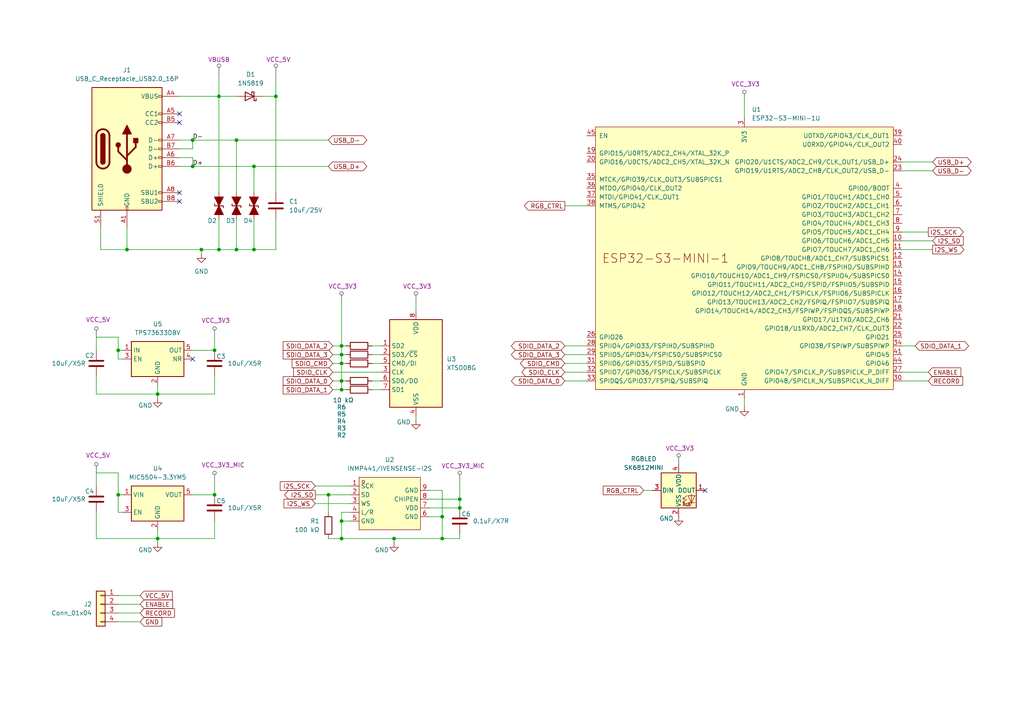
<source format=kicad_sch>
(kicad_sch (version 20250114) (generator "eeschema") (generator_version "9.0")
  (paper "A4")
  (title_block (date "2026-01-03") (rev "1.0"))
  (lib_symbols
    (symbol "Connector:USB_C_Receptacle_USB2.0_16P" (pin_names (offset 1.016))
      (property "Reference" "J" (at 0 22.225 0))
      (property "Value" "USB_C_Receptacle_USB2.0_16P" (at 0 19.685 0))
      (symbol "USB_C_Receptacle_USB2.0_16P_0_0"
        (rectangle (start -0.254 -17.78) (end 0.254 -16.764))
        (rectangle (start 10.16 15.494) (end 9.144 14.986))
        (rectangle (start 10.16 10.414) (end 9.144 9.906))
        (rectangle (start 10.16 7.874) (end 9.144 7.366))
        (rectangle (start 10.16 2.794) (end 9.144 2.286))
        (rectangle (start 10.16 0.254) (end 9.144 -0.254))
        (rectangle (start 10.16 -2.286) (end 9.144 -2.794))
        (rectangle (start 10.16 -4.826) (end 9.144 -5.334))
        (rectangle (start 10.16 -12.446) (end 9.144 -12.954))
        (rectangle (start 10.16 -14.986) (end 9.144 -15.494))
      )
      (symbol "USB_C_Receptacle_USB2.0_16P_0_1"
        (rectangle (start -10.16 17.78) (end 10.16 -17.78) (stroke (width 0.254)) (fill (type background)))
        (polyline (pts (xy -8.89 -3.81) (xy -8.89 3.81)) (stroke (width 0.508)))
        (rectangle (start -7.62 -3.81) (end -6.35 3.81) (stroke (width 0.254)) (fill (type outline)))
        (arc (start -7.62 3.81) (mid -6.985 4.4423) (end -6.35 3.81) (stroke (width 0.254)))
        (arc (start -7.62 3.81) (mid -6.985 4.4423) (end -6.35 3.81) (stroke (width 0.254)) (fill (type outline)))
        (arc (start -8.89 3.81) (mid -6.985 5.7067) (end -5.08 3.81) (stroke (width 0.508)))
        (arc (start -5.08 -3.81) (mid -6.985 -5.7067) (end -8.89 -3.81) (stroke (width 0.508)))
        (arc (start -6.35 -3.81) (mid -6.985 -4.4423) (end -7.62 -3.81) (stroke (width 0.254)))
        (arc (start -6.35 -3.81) (mid -6.985 -4.4423) (end -7.62 -3.81) (stroke (width 0.254)) (fill (type outline)))
        (polyline (pts (xy -5.08 3.81) (xy -5.08 -3.81)) (stroke (width 0.508)))
        (circle (center -2.54 1.143) (radius 0.635) (stroke (width 0.254)) (fill (type outline)))
        (polyline (pts (xy -1.27 4.318) (xy 0 6.858) (xy 1.27 4.318) (xy -1.27 4.318)) (stroke (width 0.254)) (fill (type outline)))
        (polyline (pts (xy 0 -2.032) (xy 2.54 0.508) (xy 2.54 1.778)) (stroke (width 0.508)))
        (polyline (pts (xy 0 -3.302) (xy -2.54 -0.762) (xy -2.54 0.508)) (stroke (width 0.508)))
        (polyline (pts (xy 0 -5.842) (xy 0 4.318)) (stroke (width 0.508)))
        (circle (center 0 -5.842) (radius 1.27) (fill (type outline)))
        (rectangle (start 1.905 1.778) (end 3.175 3.048) (stroke (width 0.254)) (fill (type outline)))
      )
      (symbol "USB_C_Receptacle_USB2.0_16P_1_1"
        (pin passive line (at -7.62 -22.86 90) (length 5.08) (name "SHIELD") (number "S1"))
        (pin passive line (at 0 -22.86 90) (length 5.08) (name "GND") (number "A1"))
        (pin passive line (at 0 -22.86 90) (length 5.08) (hide yes) (name "GND") (number "A12"))
        (pin passive line (at 0 -22.86 90) (length 5.08) (hide yes) (name "GND") (number "B1"))
        (pin passive line (at 0 -22.86 90) (length 5.08) (hide yes) (name "GND") (number "B12"))
        (pin passive line (at 15.24 15.24 180) (length 5.08) (name "VBUS") (number "A4"))
        (pin passive line (at 15.24 15.24 180) (length 5.08) (hide yes) (name "VBUS") (number "A9"))
        (pin passive line (at 15.24 15.24 180) (length 5.08) (hide yes) (name "VBUS") (number "B4"))
        (pin passive line (at 15.24 15.24 180) (length 5.08) (hide yes) (name "VBUS") (number "B9"))
        (pin bidirectional line (at 15.24 10.16 180) (length 5.08) (name "CC1") (number "A5"))
        (pin bidirectional line (at 15.24 7.62 180) (length 5.08) (name "CC2") (number "B5"))
        (pin bidirectional line (at 15.24 2.54 180) (length 5.08) (name "D-") (number "A7"))
        (pin bidirectional line (at 15.24 0 180) (length 5.08) (name "D-") (number "B7"))
        (pin bidirectional line (at 15.24 -2.54 180) (length 5.08) (name "D+") (number "A6"))
        (pin bidirectional line (at 15.24 -5.08 180) (length 5.08) (name "D+") (number "B6"))
        (pin bidirectional line (at 15.24 -12.7 180) (length 5.08) (name "SBU1") (number "A8"))
        (pin bidirectional line (at 15.24 -15.24 180) (length 5.08) (name "SBU2") (number "B8"))
      )
    )
    (symbol "Connector_Generic:Conn_01x04" (pin_names (offset 1.016) (hide yes))
      (property "Reference" "J" (at 0 5.08 0))
      (property "Value" "Conn_01x04" (at 0 -7.62 0))
      (symbol "Conn_01x04_1_1"
        (rectangle (start -1.27 3.81) (end 1.27 -6.35) (stroke (width 0.254)) (fill (type background)))
        (rectangle (start -1.27 2.667) (end 0 2.413) (stroke (width 0.1524)))
        (rectangle (start -1.27 0.127) (end 0 -0.127) (stroke (width 0.1524)))
        (rectangle (start -1.27 -2.413) (end 0 -2.667) (stroke (width 0.1524)))
        (rectangle (start -1.27 -4.953) (end 0 -5.207) (stroke (width 0.1524)))
        (pin passive line (at -5.08 2.54 0) (length 3.81) (name "Pin_1") (number "1"))
        (pin passive line (at -5.08 0 0) (length 3.81) (name "Pin_2") (number "2"))
        (pin passive line (at -5.08 -2.54 0) (length 3.81) (name "Pin_3") (number "3"))
        (pin passive line (at -5.08 -5.08 0) (length 3.81) (name "Pin_4") (number "4"))
      )
    )
    (symbol "Device:C" (pin_numbers (hide yes)) (pin_names (offset 0.254))
      (property "Reference" "C" (at 0.635 2.54 0))
      (property "Value" "C" (at 0.635 -2.54 0))
      (symbol "C_0_1"
        (polyline (pts (xy -2.032 0.762) (xy 2.032 0.762)) (stroke (width 0.508)))
        (polyline (pts (xy -2.032 -0.762) (xy 2.032 -0.762)) (stroke (width 0.508)))
      )
      (symbol "C_1_1"
        (pin passive line (at 0 3.81 270) (length 2.794) (name "~") (number "1"))
        (pin passive line (at 0 -3.81 90) (length 2.794) (name "~") (number "2"))
      )
    )
    (symbol "Device:D_TVS_Filled" (pin_numbers (hide yes)) (pin_names (offset 1.016) (hide yes))
      (property "Reference" "D" (at 0 2.54 0))
      (property "Value" "D_TVS_Filled" (at 0 -2.54 0))
      (symbol "D_TVS_Filled_0_1"
        (polyline (pts (xy -2.54 -1.27) (xy 0 0) (xy -2.54 1.27) (xy -2.54 -1.27)) (stroke (width 0.254)) (fill (type outline)))
        (polyline (pts (xy 0.508 1.27) (xy 0 1.27) (xy 0 -1.27) (xy -0.508 -1.27)) (stroke (width 0.254)))
        (polyline (pts (xy 1.27 0) (xy -1.27 0)))
        (polyline (pts (xy 2.54 1.27) (xy 2.54 -1.27) (xy 0 0) (xy 2.54 1.27)) (stroke (width 0.254)) (fill (type outline)))
      )
      (symbol "D_TVS_Filled_1_1"
        (pin passive line (at -3.81 0 0) (length 2.54) (name "A1") (number "1"))
        (pin passive line (at 3.81 0 180) (length 2.54) (name "A2") (number "2"))
      )
    )
    (symbol "Device:R" (pin_numbers (hide yes)) (pin_names (offset 0))
      (property "Reference" "R" (at 2.032 0 90))
      (property "Value" "R" (at 0 0 90))
      (symbol "R_0_1"
        (rectangle (start -1.016 -2.54) (end 1.016 2.54) (stroke (width 0.254)))
      )
      (symbol "R_1_1"
        (pin passive line (at 0 3.81 270) (length 1.27) (name "~") (number "1"))
        (pin passive line (at 0 -3.81 90) (length 1.27) (name "~") (number "2"))
      )
    )
    (symbol "Diode:1N5819" (pin_numbers (hide yes)) (pin_names (offset 1.016) (hide yes))
      (property "Reference" "D" (at 0 2.54 0))
      (property "Value" "1N5819" (at 0 -2.54 0))
      (symbol "1N5819_0_1"
        (polyline (pts (xy -1.905 0.635) (xy -1.905 1.27) (xy -1.27 1.27) (xy -1.27 -1.27) (xy -0.635 -1.27) (xy -0.635 -0.635)) (stroke (width 0.254)))
        (polyline (pts (xy 1.27 1.27) (xy 1.27 -1.27) (xy -1.27 0) (xy 1.27 1.27)) (stroke (width 0.254)))
        (polyline (pts (xy 1.27 0) (xy -1.27 0)))
      )
      (symbol "1N5819_1_1"
        (pin passive line (at -3.81 0 0) (length 2.54) (name "K") (number "1"))
        (pin passive line (at 3.81 0 180) (length 2.54) (name "A") (number "2"))
      )
    )
    (symbol "LED:SK6812MINI" (pin_names (offset 0.254))
      (property "Reference" "D" (at 5.08 5.715 0))
      (property "Value" "SK6812MINI" (at 1.27 -5.715 0))
      (symbol "SK6812MINI_0_0"
        (text "RGB" (at 2.286 -4.191 0) (effects (font (size 0.762 0.762))))
      )
      (symbol "SK6812MINI_0_1"
        (polyline (pts (xy 1.27 -2.54) (xy 1.778 -2.54)))
        (polyline (pts (xy 1.27 -3.556) (xy 1.778 -3.556)))
        (polyline (pts (xy 2.286 -1.524) (xy 1.27 -2.54) (xy 1.27 -2.032)))
        (polyline (pts (xy 2.286 -2.54) (xy 1.27 -3.556) (xy 1.27 -3.048)))
        (polyline (pts (xy 3.683 -1.016) (xy 3.683 -3.556) (xy 3.683 -4.064)))
        (polyline (pts (xy 4.699 -1.524) (xy 2.667 -1.524) (xy 3.683 -3.556) (xy 4.699 -1.524)))
        (polyline (pts (xy 4.699 -3.556) (xy 2.667 -3.556)))
        (rectangle (start 5.08 5.08) (end -5.08 -5.08) (stroke (width 0.254)) (fill (type background)))
      )
      (symbol "SK6812MINI_1_1"
        (pin input line (at -7.62 0 0) (length 2.54) (name "DIN") (number "3"))
        (pin power_in line (at 0 7.62 270) (length 2.54) (name "VDD") (number "4"))
        (pin power_in line (at 0 -7.62 90) (length 2.54) (name "VSS") (number "2"))
        (pin output line (at 7.62 0 180) (length 2.54) (name "DOUT") (number "1"))
      )
    )
    (symbol "Memory_Flash:XTSD08G"
      (property "Reference" "U" (at -7.62 15.24 0))
      (property "Value" "XTSD08G" (at 2.54 15.24 0))
      (symbol "XTSD08G_0_1"
        (rectangle (start -7.62 12.7) (end 7.62 -12.7) (stroke (width 0.254)) (fill (type background)))
      )
      (symbol "XTSD08G_1_1"
        (pin bidirectional line (at -10.16 5.08 0) (length 2.54) (name "SD2") (number "1"))
        (pin bidirectional line (at -10.16 2.54 0) (length 2.54) (name "SD3/~{CS}") (number "2"))
        (pin input line (at -10.16 0 0) (length 2.54) (name "CMD/DI") (number "5"))
        (pin input line (at -10.16 -2.54 0) (length 2.54) (name "CLK") (number "3"))
        (pin bidirectional line (at -10.16 -5.08 0) (length 2.54) (name "SD0/DO") (number "6"))
        (pin bidirectional line (at -10.16 -7.62 0) (length 2.54) (name "SD1") (number "7"))
        (pin power_in line (at 0 15.24 270) (length 2.54) (name "VDD") (number "8"))
        (pin power_in line (at 0 -15.24 90) (length 2.54) (name "VSS") (number "4"))
      )
    )
    (symbol "PCM_Espressif:ESP32-S3-MINI-1" (pin_names (offset 1.016))
      (property "Reference" "U" (at -42.926 39.624 0))
      (property "Value" "ESP32-S3-MINI-1" (at 42.926 39.624 0))
      (symbol "ESP32-S3-MINI-1_0_0"
        (text "ESP32-S3-MINI-1" (at -22.86 0 0) (effects (font (size 2.54 2.54))))
        (pin input line (at -45.72 35.56 0) (length 2.54) (name "EN") (number "45"))
        (pin bidirectional line (at -45.72 30.48 0) (length 2.54) (name "GPIO15/U0RTS/ADC2_CH4/XTAL_32K_P") (number "19"))
        (pin bidirectional line (at -45.72 27.94 0) (length 2.54) (name "GPIO16/U0CTS/ADC2_CH5/XTAL_32K_N") (number "20"))
        (pin bidirectional line (at -45.72 22.86 0) (length 2.54) (name "MTCK/GPIO39/CLK_OUT3/SUBSPICS1") (number "35"))
        (pin bidirectional line (at -45.72 20.32 0) (length 2.54) (name "MTDO/GPIO40/CLK_OUT2") (number "36"))
        (pin bidirectional line (at -45.72 17.78 0) (length 2.54) (name "MTDI/GPIO41/CLK_OUT1") (number "37"))
        (pin bidirectional line (at -45.72 15.24 0) (length 2.54) (name "MTMS/GPIO42") (number "38"))
        (pin bidirectional line (at -45.72 -22.86 0) (length 2.54) (name "GPIO26") (number "26"))
        (pin bidirectional line (at -45.72 -25.4 0) (length 2.54) (name "SPIIO4/GPIO33/FSPIHD/SUBSPIHD") (number "28"))
        (pin bidirectional line (at -45.72 -27.94 0) (length 2.54) (name "SPIIO5/GPIO34/FSPICS0/SUBSPICS0") (number "29"))
        (pin bidirectional line (at -45.72 -30.48 0) (length 2.54) (name "SPIIO6/GPIO35/FSPID/SUBSPID") (number "31"))
        (pin bidirectional line (at -45.72 -33.02 0) (length 2.54) (name "SPIIO7/GPIO36/FSPICLK/SUBSPICLK") (number "32"))
        (pin bidirectional line (at -45.72 -35.56 0) (length 2.54) (name "SPIDQS/GPIO37/FSPIQ/SUBSPIQ") (number "33"))
        (pin power_in line (at 0 40.64 270) (length 2.54) (name "3V3") (number "3"))
        (pin power_in line (at 0 -40.64 90) (length 2.54) (name "GND") (number "1"))
        (pin passive line (at 0 -40.64 90) (length 2.54) (hide yes) (name "GND") (number "2"))
        (pin passive line (at 0 -40.64 90) (length 2.54) (hide yes) (name "GND") (number "42"))
        (pin passive line (at 0 -40.64 90) (length 2.54) (hide yes) (name "GND") (number "43"))
        (pin passive line (at 0 -40.64 90) (length 2.54) (hide yes) (name "GND") (number "46"))
        (pin passive line (at 0 -40.64 90) (length 2.54) (hide yes) (name "GND") (number "47"))
        (pin passive line (at 0 -40.64 90) (length 2.54) (hide yes) (name "GND") (number "48"))
        (pin passive line (at 0 -40.64 90) (length 2.54) (hide yes) (name "GND") (number "49"))
        (pin passive line (at 0 -40.64 90) (length 2.54) (hide yes) (name "GND") (number "50"))
        (pin passive line (at 0 -40.64 90) (length 2.54) (hide yes) (name "GND") (number "51"))
        (pin passive line (at 0 -40.64 90) (length 2.54) (hide yes) (name "GND") (number "52"))
        (pin passive line (at 0 -40.64 90) (length 2.54) (hide yes) (name "GND") (number "53"))
        (pin passive line (at 0 -40.64 90) (length 2.54) (hide yes) (name "GND") (number "54"))
        (pin passive line (at 0 -40.64 90) (length 2.54) (hide yes) (name "GND") (number "55"))
        (pin passive line (at 0 -40.64 90) (length 2.54) (hide yes) (name "GND") (number "56"))
        (pin passive line (at 0 -40.64 90) (length 2.54) (hide yes) (name "GND") (number "57"))
        (pin passive line (at 0 -40.64 90) (length 2.54) (hide yes) (name "GND") (number "58"))
        (pin passive line (at 0 -40.64 90) (length 2.54) (hide yes) (name "GND") (number "59"))
        (pin passive line (at 0 -40.64 90) (length 2.54) (hide yes) (name "GND") (number "60"))
        (pin passive line (at 0 -40.64 90) (length 2.54) (hide yes) (name "GND") (number "61"))
        (pin passive line (at 0 -40.64 90) (length 2.54) (hide yes) (name "GND") (number "62"))
        (pin passive line (at 0 -40.64 90) (length 2.54) (hide yes) (name "GND") (number "63"))
        (pin passive line (at 0 -40.64 90) (length 2.54) (hide yes) (name "GND") (number "64"))
        (pin passive line (at 0 -40.64 90) (length 2.54) (hide yes) (name "GND") (number "65"))
        (pin bidirectional line (at 45.72 35.56 180) (length 2.54) (name "U0TXD/GPIO43/CLK_OUT1") (number "39"))
        (pin bidirectional line (at 45.72 33.02 180) (length 2.54) (name "U0RXD/GPIO44/CLK_OUT2") (number "40"))
        (pin bidirectional line (at 45.72 27.94 180) (length 2.54) (name "GPIO20/U1CTS/ADC2_CH9/CLK_OUT1/USB_D+") (number "24"))
        (pin bidirectional line (at 45.72 25.4 180) (length 2.54) (name "GPIO19/U1RTS/ADC2_CH8/CLK_OUT2/USB_D-") (number "23"))
        (pin bidirectional line (at 45.72 20.32 180) (length 2.54) (name "GPIO0/BOOT") (number "4"))
        (pin bidirectional line (at 45.72 17.78 180) (length 2.54) (name "GPIO1/TOUCH1/ADC1_CH0") (number "5"))
        (pin bidirectional line (at 45.72 15.24 180) (length 2.54) (name "GPIO2/TOUCH2/ADC1_CH1") (number "6"))
        (pin bidirectional line (at 45.72 12.7 180) (length 2.54) (name "GPIO3/TOUCH3/ADC1_CH2") (number "7"))
        (pin bidirectional line (at 45.72 10.16 180) (length 2.54) (name "GPIO4/TOUCH4/ADC1_CH3") (number "8"))
        (pin bidirectional line (at 45.72 7.62 180) (length 2.54) (name "GPIO5/TOUCH5/ADC1_CH4") (number "9"))
        (pin bidirectional line (at 45.72 5.08 180) (length 2.54) (name "GPIO6/TOUCH6/ADC1_CH5") (number "10"))
        (pin bidirectional line (at 45.72 2.54 180) (length 2.54) (name "GPIO7/TOUCH7/ADC1_CH6") (number "11"))
        (pin bidirectional line (at 45.72 0 180) (length 2.54) (name "GPIO8/TOUCH8/ADC1_CH7/SUBSPICS1") (number "12"))
        (pin bidirectional line (at 45.72 -2.54 180) (length 2.54) (name "GPIO9/TOUCH9/ADC1_CH8/FSPIHD/SUBSPIHD") (number "13"))
        (pin bidirectional line (at 45.72 -5.08 180) (length 2.54) (name "GPIO10/TOUCH10/ADC1_CH9/FSPICS0/FSPIIO4/SUBSPICS0") (number "14"))
        (pin bidirectional line (at 45.72 -7.62 180) (length 2.54) (name "GPIO11/TOUCH11/ADC2_CH0/FSPID/FSPIIO5/SUBSPID") (number "15"))
        (pin bidirectional line (at 45.72 -10.16 180) (length 2.54) (name "GPIO12/TOUCH12/ADC2_CH1/FSPICLK/FSPIIO6/SUBSPICLK") (number "16"))
        (pin bidirectional line (at 45.72 -12.7 180) (length 2.54) (name "GPIO13/TOUCH13/ADC2_CH2/FSPIQ/FSPIIO7/SUBSPIQ") (number "17"))
        (pin bidirectional line (at 45.72 -15.24 180) (length 2.54) (name "GPIO14/TOUCH14/ADC2_CH3/FSPIWP/FSPIDQS/SUBSPIWP") (number "18"))
        (pin bidirectional line (at 45.72 -17.78 180) (length 2.54) (name "GPIO17/U1TXD/ADC2_CH6") (number "21"))
        (pin bidirectional line (at 45.72 -20.32 180) (length 2.54) (name "GPIO18/U1RXD/ADC2_CH7/CLK_OUT3") (number "22"))
        (pin bidirectional line (at 45.72 -22.86 180) (length 2.54) (name "GPIO21") (number "25"))
        (pin bidirectional line (at 45.72 -25.4 180) (length 2.54) (name "GPIO38/FSPIWP/SUBSPIWP") (number "34"))
        (pin bidirectional line (at 45.72 -27.94 180) (length 2.54) (name "GPIO45") (number "41"))
        (pin bidirectional line (at 45.72 -30.48 180) (length 2.54) (name "GPIO46") (number "44"))
        (pin bidirectional line (at 45.72 -33.02 180) (length 2.54) (name "GPIO47/SPICLK_P/SUBSPICLK_P_DIFF") (number "27"))
        (pin bidirectional line (at 45.72 -35.56 180) (length 2.54) (name "GPIO48/SPICLK_N/SUBSPICLK_N_DIFF") (number "30"))
      )
      (symbol "ESP32-S3-MINI-1_0_1"
        (rectangle (start -43.18 38.1) (end 43.18 -38.1) (fill (type background)))
      )
    )
    (symbol "Regulator_Linear:MIC5504-3.3YM5"
      (property "Reference" "U" (at -7.62 8.89 0))
      (property "Value" "MIC5504-3.3YM5" (at -7.62 6.35 0))
      (symbol "MIC5504-3.3YM5_0_1"
        (rectangle (start -7.62 -5.08) (end 7.62 5.08) (stroke (width 0.254)) (fill (type background)))
      )
      (symbol "MIC5504-3.3YM5_1_1"
        (pin power_in line (at -10.16 2.54 0) (length 2.54) (name "VIN") (number "1"))
        (pin input line (at -10.16 -2.54 0) (length 2.54) (name "EN") (number "3"))
        (pin power_in line (at 0 -7.62 90) (length 2.54) (name "GND") (number "2"))
        (pin no_connect line (at 7.62 -2.54 180) (length 2.54) (hide yes) (name "NC") (number "4"))
        (pin power_out line (at 10.16 2.54 180) (length 2.54) (name "VOUT") (number "5"))
      )
    )
    (symbol "Regulator_Linear:TPS73633DBV"
      (property "Reference" "U" (at -6.35 6.35 0))
      (property "Value" "TPS73633DBV" (at 1.27 6.35 0))
      (symbol "TPS73633DBV_0_1"
        (rectangle (start -7.62 -5.08) (end 7.62 5.08) (stroke (width 0.254)) (fill (type background)))
      )
      (symbol "TPS73633DBV_1_1"
        (pin power_in line (at -10.16 2.54 0) (length 2.54) (name "IN") (number "1"))
        (pin input line (at -10.16 0 0) (length 2.54) (name "EN") (number "3"))
        (pin power_in line (at 0 -7.62 90) (length 2.54) (name "GND") (number "2"))
        (pin power_out line (at 10.16 2.54 180) (length 2.54) (name "OUT") (number "5"))
        (pin passive line (at 10.16 0 180) (length 2.54) (name "NR") (number "4"))
      )
    )
    (symbol "SoundLogger:INMP441ACEZ-R7"
      (property "Reference" "U" (at 0 0 0))
      (symbol "INMP441ACEZ-R7_1_0"
        (rectangle (start -10.16 8.89) (end 7.62 -6.35) (fill (type color) (color 255 255 194 1)))
        (circle (center -8.89 7.62) (radius 0.381))
        (pin bidirectional line (at -12.7 6.35 0) (length 2.54) (name "SCK") (number "1"))
        (pin bidirectional line (at -12.7 3.81 0) (length 2.54) (name "SD") (number "2"))
        (pin bidirectional line (at -12.7 1.27 0) (length 2.54) (name "WS") (number "3"))
        (pin passive line (at -12.7 -1.27 0) (length 2.54) (name "L/R") (number "4"))
        (pin passive line (at -12.7 -3.81 0) (length 2.54) (name "GND") (number "5"))
        (pin passive line (at 10.16 5.08 180) (length 2.54) (name "GND") (number "9"))
        (pin bidirectional line (at 10.16 2.54 180) (length 2.54) (name "CHIPEN") (number "8"))
        (pin bidirectional line (at 10.16 0 180) (length 2.54) (name "VDD") (number "7"))
        (pin passive line (at 10.16 -2.54 180) (length 2.54) (name "GND") (number "6"))
      )
    )
    (symbol "power:GND" (power) (pin_numbers (hide yes)) (pin_names (offset 0) (hide yes))
      (property "Value" "GND" (at 0 -3.81 0))
      (symbol "GND_0_1"
        (polyline (pts (xy 0 0) (xy 0 -1.27) (xy 1.27 -1.27) (xy 0 -2.54) (xy -1.27 -1.27) (xy 0 -1.27)))
      )
      (symbol "GND_1_1"
        (pin power_in line (at 0 0 270) (length 0) (name "~") (number "1"))
      )
    )
  )
  (junction (at 34.29 101.6))
  (junction (at 95.25 143.51))
  (junction (at 55.88 48.26))
  (junction (at 63.5 27.94))
  (junction (at 99.06 156.21))
  (junction (at 62.23 143.51))
  (junction (at 133.35 147.32))
  (junction (at 73.66 72.39))
  (junction (at 80.01 27.94))
  (junction (at 99.06 110.49))
  (junction (at 62.23 101.6))
  (junction (at 99.06 102.87))
  (junction (at 45.72 156.21))
  (junction (at 63.5 72.39))
  (junction (at 45.72 114.3))
  (junction (at 128.27 156.21))
  (junction (at 58.42 72.39))
  (junction (at 34.29 143.51))
  (junction (at 99.06 113.03))
  (junction (at 99.06 105.41))
  (junction (at 68.58 72.39))
  (junction (at 99.06 100.33))
  (junction (at 36.83 72.39))
  (junction (at 99.06 151.13))
  (junction (at 114.3 156.21))
  (junction (at 133.35 144.78))
  (junction (at 68.58 40.64))
  (junction (at 73.66 48.26))
  (junction (at 55.88 40.64))
  (junction (at 128.27 149.86))
  (no_connect (at 52.07 55.88))
  (no_connect (at 204.47 142.24))
  (no_connect (at 52.07 35.56))
  (no_connect (at 52.07 58.42))
  (no_connect (at 52.07 33.02))
  (no_connect (at 55.88 104.14))
  (wire (pts (xy 27.94 148.59) (xy 27.94 156.21)))
  (wire (pts (xy 120.65 87.63) (xy 120.65 90.17)))
  (wire (pts (xy 55.88 40.64) (xy 68.58 40.64)))
  (wire (pts (xy 34.29 143.51) (xy 34.29 148.59)))
  (wire (pts (xy 99.06 87.63) (xy 99.06 100.33)))
  (wire (pts (xy 91.44 143.51) (xy 95.25 143.51)))
  (wire (pts (xy 58.42 72.39) (xy 58.42 73.66)))
  (wire (pts (xy 163.83 59.69) (xy 170.18 59.69)))
  (wire (pts (xy 124.46 142.24) (xy 128.27 142.24)))
  (wire (pts (xy 34.29 175.26) (xy 40.64 175.26)))
  (wire (pts (xy 95.25 156.21) (xy 99.06 156.21)))
  (wire (pts (xy 96.52 102.87) (xy 99.06 102.87)))
  (wire (pts (xy 99.06 102.87) (xy 100.33 102.87)))
  (wire (pts (xy 34.29 137.16) (xy 34.29 143.51)))
  (wire (pts (xy 62.23 151.13) (xy 62.23 156.21)))
  (wire (pts (xy 163.83 105.41) (xy 170.18 105.41)))
  (wire (pts (xy 34.29 177.8) (xy 40.64 177.8)))
  (wire (pts (xy 107.95 102.87) (xy 110.49 102.87)))
  (wire (pts (xy 68.58 40.64) (xy 95.25 40.64)))
  (wire (pts (xy 52.07 45.72) (xy 55.88 45.72)))
  (wire (pts (xy 107.95 105.41) (xy 110.49 105.41)))
  (wire (pts (xy 27.94 97.79) (xy 34.29 97.79)))
  (wire (pts (xy 80.01 63.5) (xy 80.01 72.39)))
  (wire (pts (xy 76.2 27.94) (xy 80.01 27.94)))
  (wire (pts (xy 63.5 21.59) (xy 63.5 27.94)))
  (wire (pts (xy 62.23 109.22) (xy 62.23 114.3)))
  (wire (pts (xy 124.46 149.86) (xy 128.27 149.86)))
  (wire (pts (xy 45.72 153.67) (xy 45.72 156.21)))
  (wire (pts (xy 36.83 66.04) (xy 36.83 72.39)))
  (wire (pts (xy 163.83 107.95) (xy 170.18 107.95)))
  (wire (pts (xy 55.88 48.26) (xy 52.07 48.26)))
  (wire (pts (xy 270.51 69.85) (xy 261.62 69.85)))
  (wire (pts (xy 62.23 139.7) (xy 62.23 143.51)))
  (wire (pts (xy 269.24 107.95) (xy 261.62 107.95)))
  (wire (pts (xy 269.24 110.49) (xy 261.62 110.49)))
  (wire (pts (xy 99.06 102.87) (xy 99.06 105.41)))
  (wire (pts (xy 73.66 48.26) (xy 73.66 55.88)))
  (wire (pts (xy 124.46 144.78) (xy 133.35 144.78)))
  (wire (pts (xy 261.62 100.33) (xy 265.43 100.33)))
  (wire (pts (xy 55.88 143.51) (xy 62.23 143.51)))
  (wire (pts (xy 34.29 97.79) (xy 34.29 101.6)))
  (wire (pts (xy 95.25 48.26) (xy 73.66 48.26)))
  (wire (pts (xy 99.06 113.03) (xy 100.33 113.03)))
  (wire (pts (xy 99.06 105.41) (xy 100.33 105.41)))
  (wire (pts (xy 107.95 100.33) (xy 110.49 100.33)))
  (wire (pts (xy 45.72 114.3) (xy 62.23 114.3)))
  (wire (pts (xy 128.27 142.24) (xy 128.27 149.86)))
  (wire (pts (xy 91.44 140.97) (xy 101.6 140.97)))
  (wire (pts (xy 27.94 137.16) (xy 27.94 140.97)))
  (wire (pts (xy 45.72 157.48) (xy 45.72 156.21)))
  (wire (pts (xy 58.42 72.39) (xy 36.83 72.39)))
  (wire (pts (xy 73.66 48.26) (xy 55.88 48.26)))
  (wire (pts (xy 99.06 156.21) (xy 114.3 156.21)))
  (wire (pts (xy 63.5 27.94) (xy 68.58 27.94)))
  (wire (pts (xy 99.06 100.33) (xy 100.33 100.33)))
  (wire (pts (xy 62.23 97.79) (xy 62.23 101.6)))
  (wire (pts (xy 133.35 139.7) (xy 133.35 144.78)))
  (wire (pts (xy 124.46 147.32) (xy 133.35 147.32)))
  (wire (pts (xy 163.83 110.49) (xy 170.18 110.49)))
  (wire (pts (xy 55.88 101.6) (xy 62.23 101.6)))
  (wire (pts (xy 99.06 148.59) (xy 99.06 151.13)))
  (wire (pts (xy 99.06 151.13) (xy 101.6 151.13)))
  (wire (pts (xy 29.21 66.04) (xy 29.21 72.39)))
  (wire (pts (xy 63.5 27.94) (xy 63.5 55.88)))
  (wire (pts (xy 96.52 107.95) (xy 110.49 107.95)))
  (wire (pts (xy 215.9 29.21) (xy 215.9 34.29)))
  (wire (pts (xy 34.29 172.72) (xy 40.64 172.72)))
  (wire (pts (xy 96.52 110.49) (xy 99.06 110.49)))
  (wire (pts (xy 45.72 156.21) (xy 27.94 156.21)))
  (wire (pts (xy 68.58 63.5) (xy 68.58 72.39)))
  (wire (pts (xy 128.27 156.21) (xy 133.35 156.21)))
  (wire (pts (xy 114.3 156.21) (xy 114.3 157.48)))
  (wire (pts (xy 45.72 156.21) (xy 62.23 156.21)))
  (wire (pts (xy 80.01 72.39) (xy 73.66 72.39)))
  (wire (pts (xy 45.72 114.3) (xy 27.94 114.3)))
  (wire (pts (xy 99.06 151.13) (xy 99.06 156.21)))
  (wire (pts (xy 34.29 143.51) (xy 35.56 143.51)))
  (wire (pts (xy 270.51 46.99) (xy 261.62 46.99)))
  (wire (pts (xy 99.06 105.41) (xy 99.06 110.49)))
  (wire (pts (xy 120.65 120.65) (xy 120.65 121.92)))
  (wire (pts (xy 55.88 45.72) (xy 55.88 48.26)))
  (wire (pts (xy 96.52 105.41) (xy 99.06 105.41)))
  (wire (pts (xy 114.3 156.21) (xy 128.27 156.21)))
  (wire (pts (xy 55.88 43.18) (xy 55.88 40.64)))
  (wire (pts (xy 34.29 101.6) (xy 35.56 101.6)))
  (wire (pts (xy 27.94 137.16) (xy 34.29 137.16)))
  (wire (pts (xy 68.58 72.39) (xy 63.5 72.39)))
  (wire (pts (xy 215.9 118.11) (xy 215.9 115.57)))
  (wire (pts (xy 73.66 72.39) (xy 68.58 72.39)))
  (wire (pts (xy 107.95 113.03) (xy 110.49 113.03)))
  (wire (pts (xy 96.52 100.33) (xy 99.06 100.33)))
  (wire (pts (xy 96.52 113.03) (xy 99.06 113.03)))
  (wire (pts (xy 36.83 72.39) (xy 29.21 72.39)))
  (wire (pts (xy 95.25 143.51) (xy 95.25 148.59)))
  (wire (pts (xy 35.56 148.59) (xy 34.29 148.59)))
  (wire (pts (xy 27.94 97.79) (xy 27.94 101.6)))
  (wire (pts (xy 52.07 27.94) (xy 63.5 27.94)))
  (wire (pts (xy 133.35 144.78) (xy 133.35 147.32)))
  (wire (pts (xy 163.83 102.87) (xy 170.18 102.87)))
  (wire (pts (xy 63.5 72.39) (xy 58.42 72.39)))
  (wire (pts (xy 91.44 146.05) (xy 101.6 146.05)))
  (wire (pts (xy 27.94 109.22) (xy 27.94 114.3)))
  (wire (pts (xy 63.5 63.5) (xy 63.5 72.39)))
  (wire (pts (xy 270.51 72.39) (xy 261.62 72.39)))
  (wire (pts (xy 270.51 49.53) (xy 261.62 49.53)))
  (wire (pts (xy 128.27 149.86) (xy 128.27 156.21)))
  (wire (pts (xy 269.24 67.31) (xy 261.62 67.31)))
  (wire (pts (xy 35.56 104.14) (xy 34.29 104.14)))
  (wire (pts (xy 34.29 180.34) (xy 40.64 180.34)))
  (wire (pts (xy 45.72 114.3) (xy 45.72 111.76)))
  (wire (pts (xy 34.29 104.14) (xy 34.29 101.6)))
  (wire (pts (xy 68.58 40.64) (xy 68.58 55.88)))
  (wire (pts (xy 186.69 142.24) (xy 189.23 142.24)))
  (wire (pts (xy 52.07 43.18) (xy 55.88 43.18)))
  (wire (pts (xy 80.01 27.94) (xy 80.01 55.88)))
  (wire (pts (xy 99.06 100.33) (xy 99.06 102.87)))
  (wire (pts (xy 101.6 148.59) (xy 99.06 148.59)))
  (wire (pts (xy 163.83 100.33) (xy 170.18 100.33)))
  (wire (pts (xy 107.95 110.49) (xy 110.49 110.49)))
  (wire (pts (xy 133.35 154.94) (xy 133.35 156.21)))
  (wire (pts (xy 99.06 110.49) (xy 99.06 113.03)))
  (wire (pts (xy 45.72 115.57) (xy 45.72 114.3)))
  (wire (pts (xy 55.88 40.64) (xy 52.07 40.64)))
  (wire (pts (xy 95.25 143.51) (xy 101.6 143.51)))
  (wire (pts (xy 99.06 110.49) (xy 100.33 110.49)))
  (wire (pts (xy 73.66 63.5) (xy 73.66 72.39)))
  (wire (pts (xy 80.01 21.59) (xy 80.01 27.94)))
  (label "D-" (at 55.88 40.64 0))
  (label "D+" (at 55.88 48.26 0))
  (global_label "I2S_SD" (shape output) (at 91.44 143.51 180) (property "Intersheetrefs" "${INTERSHEET_REFS}" (effects (hide yes))))
  (global_label "SDIO_CLK" (shape input) (at 96.52 107.95 180) (property "Intersheetrefs" "${INTERSHEET_REFS}" (effects (hide yes))))
  (global_label "RECORD" (shape input) (at 269.24 110.49 0) (property "Intersheetrefs" "${INTERSHEET_REFS}" (effects (hide yes))))
  (global_label "USB_D-" (shape bidirectional) (at 270.51 49.53 0) (property "Intersheetrefs" "${INTERSHEET_REFS}" (effects (hide yes))))
  (global_label "SDIO_DATA_2" (shape input) (at 96.52 100.33 180) (property "Intersheetrefs" "${INTERSHEET_REFS}" (effects (hide yes))))
  (global_label "SDIO_CMD" (shape bidirectional) (at 163.83 105.41 180) (property "Intersheetrefs" "${INTERSHEET_REFS}" (effects (hide yes))))
  (global_label "RGB_CTRL" (shape output) (at 163.83 59.69 180) (property "Intersheetrefs" "${INTERSHEET_REFS}" (effects (hide yes))))
  (global_label "I2S_WS" (shape output) (at 270.51 72.39 0) (property "Intersheetrefs" "${INTERSHEET_REFS}" (effects (hide yes))))
  (global_label "USB_D+" (shape bidirectional) (at 270.51 46.99 0) (property "Intersheetrefs" "${INTERSHEET_REFS}" (effects (hide yes))))
  (global_label "I2S_SCK" (shape input) (at 91.44 140.97 180) (property "Intersheetrefs" "${INTERSHEET_REFS}" (effects (hide yes))))
  (global_label "USB_D-" (shape bidirectional) (at 95.25 40.64 0) (property "Intersheetrefs" "${INTERSHEET_REFS}" (effects (hide yes))))
  (global_label "USB_D+" (shape bidirectional) (at 95.25 48.26 0) (property "Intersheetrefs" "${INTERSHEET_REFS}" (effects (hide yes))))
  (global_label "SDIO_DATA_3" (shape input) (at 96.52 102.87 180) (property "Intersheetrefs" "${INTERSHEET_REFS}" (effects (hide yes))))
  (global_label "VCC_5V" (shape input) (at 40.64 172.72 0) (property "Intersheetrefs" "${INTERSHEET_REFS}" (effects (hide yes))))
  (global_label "ENABLE" (shape input) (at 40.64 175.26 0) (property "Intersheetrefs" "${INTERSHEET_REFS}" (effects (hide yes))))
  (global_label "GND" (shape input) (at 40.64 180.34 0) (property "Intersheetrefs" "${INTERSHEET_REFS}" (effects (hide yes))))
  (global_label "SDIO_DATA_2" (shape bidirectional) (at 163.83 100.33 180) (property "Intersheetrefs" "${INTERSHEET_REFS}" (effects (hide yes))))
  (global_label "I2S_SD" (shape input) (at 270.51 69.85 0) (property "Intersheetrefs" "${INTERSHEET_REFS}" (effects (hide yes))))
  (global_label "I2S_SCK" (shape output) (at 269.24 67.31 0) (property "Intersheetrefs" "${INTERSHEET_REFS}" (effects (hide yes))))
  (global_label "SDIO_CLK" (shape bidirectional) (at 163.83 107.95 180) (property "Intersheetrefs" "${INTERSHEET_REFS}" (effects (hide yes))))
  (global_label "SDIO_DATA_1" (shape input) (at 96.52 113.03 180) (property "Intersheetrefs" "${INTERSHEET_REFS}" (effects (hide yes))))
  (global_label "SDIO_DATA_3" (shape bidirectional) (at 163.83 102.87 180) (property "Intersheetrefs" "${INTERSHEET_REFS}" (effects (hide yes))))
  (global_label "RECORD" (shape input) (at 40.64 177.8 0) (property "Intersheetrefs" "${INTERSHEET_REFS}" (effects (hide yes))))
  (global_label "SDIO_DATA_1" (shape bidirectional) (at 265.43 100.33 0) (property "Intersheetrefs" "${INTERSHEET_REFS}" (effects (hide yes))))
  (global_label "SDIO_DATA_0" (shape bidirectional) (at 163.83 110.49 180) (property "Intersheetrefs" "${INTERSHEET_REFS}" (effects (hide yes))))
  (global_label "ENABLE" (shape input) (at 269.24 107.95 0) (property "Intersheetrefs" "${INTERSHEET_REFS}" (effects (hide yes))))
  (global_label "SDIO_DATA_0" (shape input) (at 96.52 110.49 180) (property "Intersheetrefs" "${INTERSHEET_REFS}" (effects (hide yes))))
  (global_label "I2S_WS" (shape input) (at 91.44 146.05 180) (property "Intersheetrefs" "${INTERSHEET_REFS}" (effects (hide yes))))
  (global_label "RGB_CTRL" (shape input) (at 186.69 142.24 180) (property "Intersheetrefs" "${INTERSHEET_REFS}" (effects (hide yes))))
  (global_label "SDIO_CMD" (shape input) (at 96.52 105.41 180) (property "Intersheetrefs" "${INTERSHEET_REFS}" (effects (hide yes))))
  (netclass_flag "" (length 2.54) (shape round) (at 27.94 137.16 0) (property "Netclass" "VCC_5V" (at 24.892 132.08 0) (effects (justify left))))
  (netclass_flag "" (length 2.54) (shape round) (at 120.65 87.63 0) (property "Netclass" "VCC_3V3" (at 116.84 83.058 0) (effects (justify left))))
  (netclass_flag "" (length 2.54) (shape round) (at 99.06 87.63 0) (property "Netclass" "VCC_3V3" (at 95.25 83.058 0) (effects (justify left))))
  (netclass_flag "" (length 2.54) (shape round) (at 215.9 29.21 0) (property "Netclass" "VCC_3V3" (at 212.09 24.384 0) (effects (justify left))))
  (netclass_flag "" (length 2.54) (shape round) (at 62.23 139.7 0) (property "Netclass" "VCC_3V3_MIC" (at 58.42 134.874 0) (effects (justify left))))
  (netclass_flag "" (length 2.54) (shape round) (at 196.85 134.62 0) (property "Netclass" "VCC_3V3" (at 193.04 130.048 0) (effects (justify left))))
  (netclass_flag "" (length 2.54) (shape round) (at 63.5 21.59 0) (property "Netclass" "VBUSB" (at 63.5 18.034 0) (effects (justify bottom))))
  (netclass_flag "" (length 2.54) (shape round) (at 133.35 139.7 0) (property "Netclass" "VCC_3V3_MIC" (at 128.016 135.128 0) (effects (justify left))))
  (netclass_flag "" (length 2.54) (shape round) (at 27.94 97.79 0) (property "Netclass" "VCC_5V" (at 24.892 92.71 0) (effects (justify left))))
  (netclass_flag "" (length 2.54) (shape round) (at 80.01 21.59 0) (property "Netclass" "VCC_5V" (at 77.216 17.272 0) (effects (justify left))))
  (netclass_flag "" (length 2.54) (shape round) (at 62.23 97.79 0) (property "Netclass" "VCC_3V3" (at 58.42 92.964 0) (effects (justify left))))
  (symbol (lib_id "Memory_Flash:XTSD08G") (at 120.65 105.41 0) (unit 1)
    (property "Reference" "U3" (at 129.54 104.1399 0) (effects (justify left)))
    (property "Value" "XTSD08G" (at 129.54 106.6799 0) (effects (justify left)))
    (property "Footprint" "Package_LGA:LGA-8_8x6mm_P1.27mm" (effects (hide yes)))
    (property "Datasheet" "https://datasheet.lcsc.com/lcsc/2005251034_XTX-XTSD08GLGEAG_C558840.pdf" (effects (hide yes)))
    (property "Description" "8Gbit NAND flash compliant with SD2.0 interface, 50Mhz 3.3V, LGA-8" (effects (hide yes)))
  )
  (symbol (lib_id "Device:R") (at 104.14 102.87 270) (mirror x) (unit 1)
    (property "Reference" "R3" (at 99.06 124.206 90))
    (property "Description" "Resistor" (effects (hide yes)))
  )
  (symbol (lib_id "Connector:USB_C_Receptacle_USB2.0_16P") (at 36.83 43.18 0) (unit 1)
    (property "Reference" "J1" (at 36.83 20.32 0))
    (property "Value" "USB_C_Receptacle_USB2.0_16P" (at 36.83 22.86 0))
    (property "Datasheet" "https://www.usb.org/sites/default/files/documents/usb_type-c.zip" (effects (hide yes)))
    (property "Description" "USB 2.0-only 16P Type-C Receptacle connector" (effects (hide yes)))
  )
  (symbol (lib_id "Connector_Generic:Conn_01x04") (at 29.21 175.26 0) (mirror y) (unit 1)
    (property "Reference" "J2" (at 26.67 175.2599 0) (effects (justify left)))
    (property "Value" "Conn_01x04" (at 26.67 177.7999 0) (effects (justify left)))
    (property "Footprint" "Connector_JST:JST_EH_B4B-EH-A_1x04_P2.50mm_Vertical" (effects (hide yes)))
    (property "Description" "Generic connector, single row, 01x04, script generated (kicad-library-utils/schlib/autogen/connector/)" (effects (hide yes)))
  )
  (symbol (lib_id "Device:D_TVS_Filled") (at 63.5 59.69 90) (unit 1)
    (property "Reference" "D2" (at 60.198 64.008 90) (effects (justify right)))
    (property "Description" "Bidirectional transient-voltage-suppression diode, filled shape" (effects (hide yes)))
  )
  (symbol (lib_id "power:GND") (at 120.65 121.92 0) (unit 1)
    (property "Reference" "#PWR05" (effects (hide yes)))
    (property "Value" "GND" (at 117.094 122.428 0))
    (property "Description" "Power symbol creates a global label with name \"GND\" , ground" (effects (hide yes)))
  )
  (symbol (lib_id "LED:SK6812MINI") (at 196.85 142.24 0) (unit 1)
    (property "Reference" "RGBLED" (at 186.69 133.096 0))
    (property "Value" "SK6812MINI" (at 186.69 135.636 0))
    (property "Footprint" "LED_SMD:LED_SK6812MINI_PLCC4_3.5x3.5mm_P1.75mm" (effects (hide yes)))
    (property "Datasheet" "https://cdn-shop.adafruit.com/product-files/2686/SK6812MINI_REV.01-1-2.pdf" (effects (hide yes)))
    (property "Description" "RGB LED with integrated controller" (effects (hide yes)))
  )
  (symbol (lib_id "Device:R") (at 104.14 110.49 270) (mirror x) (unit 1)
    (property "Reference" "R5" (at 99.06 120.142 90))
    (property "Description" "Resistor" (effects (hide yes)))
  )
  (symbol (lib_id "Device:R") (at 104.14 100.33 270) (mirror x) (unit 1)
    (property "Reference" "R2" (at 99.06 126.238 90))
    (property "Description" "Resistor" (effects (hide yes)))
  )
  (symbol (lib_id "Diode:1N5819") (at 72.39 27.94 180) (unit 1)
    (property "Reference" "D1" (at 72.7075 21.59 0))
    (property "Value" "1N5819" (at 72.7075 24.13 0))
    (property "Footprint" "Diode_THT:D_DO-41_SOD81_P10.16mm_Horizontal" (effects (hide yes)))
    (property "Datasheet" "http://www.vishay.com/docs/88525/1n5817.pdf" (effects (hide yes)))
    (property "Description" "40V 1A Schottky Barrier Rectifier Diode, DO-41" (effects (hide yes)))
  )
  (symbol (lib_id "Device:D_TVS_Filled") (at 73.66 59.69 90) (unit 1)
    (property "Reference" "D4" (at 70.612 64.008 90) (effects (justify right)))
    (property "Description" "Bidirectional transient-voltage-suppression diode, filled shape" (effects (hide yes)))
  )
  (symbol (lib_id "Device:C") (at 27.94 144.78 0) (unit 1)
    (property "Reference" "C4" (at 24.638 142.494 0) (effects (justify left)))
    (property "Value" "10uF/X5R" (at 14.986 144.78 0) (effects (justify left)))
    (property "Description" "Unpolarized capacitor" (effects (hide yes)))
  )
  (symbol (lib_id "power:GND") (at 114.3 157.48 0) (unit 1)
    (property "Reference" "#PWR01" (effects (hide yes)))
    (property "Value" "GND" (at 110.744 159.512 0))
    (property "Description" "Power symbol creates a global label with name \"GND\" , ground" (effects (hide yes)))
  )
  (symbol (lib_id "SoundLogger:INMP441ACEZ-R7") (at 114.3 147.32 0) (unit 1)
    (property "Reference" "U2" (at 113.03 133.35 0))
    (property "Value" "INMP441/IVENSENSE-I2S" (at 113.03 135.89 0))
    (property "Footprint" "ProLib_pcs_2025-12-16:MID-SMD_L4.7-W3.8_INMP441ACEZ" (effects (hide yes)))
    (property "Manufacturer Part" "INMP441ACEZ-R7" (effects (hide yes)))
    (property "Supplier Part" "C22379536" (effects (hide yes)))
    (property "Supplier" "LCSC" (effects (hide yes)))
    (property "LCSC Part Name" "INMP441ACEZ-R7" (effects (hide yes)))
  )
  (symbol (lib_id "Regulator_Linear:TPS73633DBV") (at 45.72 104.14 0) (unit 1)
    (property "Reference" "U5" (at 45.72 93.98 0))
    (property "Value" "TPS73633DBV" (at 45.72 96.52 0))
    (property "Footprint" "Package_TO_SOT_SMD:SOT-23-5" (effects (hide yes)))
    (property "Datasheet" "http://www.ti.com/lit/ds/symlink/tps736.pdf" (effects (hide yes)))
    (property "Description" "Cap free NMOS 400mA Low Drop 3.3V Regulator, SOT-23-5" (effects (hide yes)))
  )
  (symbol (lib_id "Device:C") (at 62.23 147.32 0) (unit 1)
    (property "Reference" "C5" (at 62.738 145.288 0) (effects (justify left)))
    (property "Value" "10uF/X5R" (at 66.04 147.32 0) (effects (justify left)))
    (property "Description" "Unpolarized capacitor" (effects (hide yes)))
  )
  (symbol (lib_id "Regulator_Linear:MIC5504-3.3YM5") (at 45.72 146.05 0) (unit 1)
    (property "Reference" "U4" (at 45.72 135.89 0))
    (property "Value" "MIC5504-3.3YM5" (at 45.72 138.43 0))
    (property "Footprint" "Package_TO_SOT_SMD:SOT-23-5" (effects (hide yes)))
    (property "Datasheet" "http://ww1.microchip.com/downloads/en/DeviceDoc/MIC550X.pdf" (effects (hide yes)))
    (property "Description" "300mA Low-dropout Voltage Regulator, Vout 3.3V, Vin up to 5.5V, SOT-23" (effects (hide yes)))
  )
  (symbol (lib_id "power:GND") (at 45.72 157.48 0) (unit 1)
    (property "Reference" "#PWR08" (effects (hide yes)))
    (property "Value" "GND" (at 42.164 159.512 0))
    (property "Description" "Power symbol creates a global label with name \"GND\" , ground" (effects (hide yes)))
  )
  (symbol (lib_id "Device:R") (at 104.14 105.41 270) (mirror x) (unit 1)
    (property "Reference" "R4" (at 99.06 122.174 90))
    (property "Description" "Resistor" (effects (hide yes)))
  )
  (symbol (lib_id "Device:D_TVS_Filled") (at 68.58 59.69 90) (unit 1)
    (property "Reference" "D3" (at 65.532 64.008 90) (effects (justify right)))
    (property "Description" "Bidirectional transient-voltage-suppression diode, filled shape" (effects (hide yes)))
  )
  (symbol (lib_id "Device:C") (at 62.23 105.41 0) (unit 1)
    (property "Reference" "C3" (at 62.738 103.378 0) (effects (justify left)))
    (property "Value" "10uF/X5R" (at 66.04 105.41 0) (effects (justify left)))
    (property "Description" "Unpolarized capacitor" (effects (hide yes)))
  )
  (symbol (lib_id "power:GND") (at 215.9 118.11 0) (unit 1)
    (property "Reference" "#PWR02" (effects (hide yes)))
    (property "Value" "GND" (at 212.344 118.618 0))
    (property "Description" "Power symbol creates a global label with name \"GND\" , ground" (effects (hide yes)))
  )
  (symbol (lib_id "power:GND") (at 58.42 73.66 0) (unit 1)
    (property "Reference" "#PWR06" (effects (hide yes)))
    (property "Value" "GND" (at 58.42 78.74 0))
    (property "Description" "Power symbol creates a global label with name \"GND\" , ground" (effects (hide yes)))
  )
  (symbol (lib_id "Device:C") (at 27.94 105.41 0) (unit 1)
    (property "Reference" "C2" (at 24.638 103.124 0) (effects (justify left)))
    (property "Value" "10uF/X5R" (at 14.986 105.41 0) (effects (justify left)))
    (property "Description" "Unpolarized capacitor" (effects (hide yes)))
  )
  (symbol (lib_id "Device:C") (at 80.01 59.69 0) (unit 1)
    (property "Reference" "C1" (at 83.82 58.4199 0) (effects (justify left)))
    (property "Value" "10uF/25V" (at 83.82 60.9599 0) (effects (justify left)))
    (property "Description" "Unpolarized capacitor" (effects (hide yes)))
  )
  (symbol (lib_id "power:GND") (at 45.72 115.57 0) (unit 1)
    (property "Reference" "#PWR07" (effects (hide yes)))
    (property "Value" "GND" (at 42.164 117.602 0))
    (property "Description" "Power symbol creates a global label with name \"GND\" , ground" (effects (hide yes)))
  )
  (symbol (lib_id "PCM_Espressif:ESP32-S3-MINI-1") (at 215.9 74.93 0) (unit 1)
    (property "Reference" "U1" (at 218.0433 31.75 0) (effects (justify left)))
    (property "Value" "ESP32-S3-MINI-1U" (at 218.0433 34.29 0) (effects (justify left)))
    (property "Footprint" "PCM_Espressif:ESP32-S3-MINI-1" (effects (hide yes)))
    (property "Datasheet" "https://www.espressif.com/sites/default/files/documentation/esp32-s3-mini-1_mini-1u_datasheet_en.pdf" (effects (hide yes)))
    (property "Description" "Smallsized module supporting 2.4 GHz WiFi (802.11 b/g/n) and Bluetooth ® 5 (LE) Built around ESP32S3 series of SoCs, Xtensa ® dualcore 32bit LX7 microprocessor Flash up to 8 MB, optional 2 MB PSRAM in chip package 39 GPIOs, rich set of peripherals Onboard PCB antenna or external antenna connector" (effects (hide yes)))
  )
  (symbol (lib_id "power:GND") (at 196.85 149.86 0) (unit 1)
    (property "Reference" "#PWR03" (effects (hide yes)))
    (property "Value" "GND" (at 193.294 150.368 0))
    (property "Description" "Power symbol creates a global label with name \"GND\" , ground" (effects (hide yes)))
  )
  (symbol (lib_id "Device:R") (at 95.25 152.4 0) (mirror y) (unit 1)
    (property "Reference" "R1" (at 92.71 151.1299 0) (effects (justify left)))
    (property "Value" "100 kΩ" (at 92.71 153.6699 0) (effects (justify left)))
    (property "Description" "Resistor" (effects (hide yes)))
  )
  (symbol (lib_id "Device:C") (at 133.35 151.13 0) (unit 1)
    (property "Reference" "C6" (at 133.858 149.098 0) (effects (justify left)))
    (property "Value" "0.1uF/X7R" (at 137.16 151.13 0) (effects (justify left)))
    (property "Description" "Unpolarized capacitor" (effects (hide yes)))
  )
  (symbol (lib_id "Device:R") (at 104.14 113.03 270) (mirror x) (unit 1)
    (property "Reference" "R6" (at 99.06 118.11 90))
    (property "Value" "10 kΩ" (at 99.568 116.078 90))
    (property "Description" "Resistor" (effects (hide yes)))
  )
)
</source>
